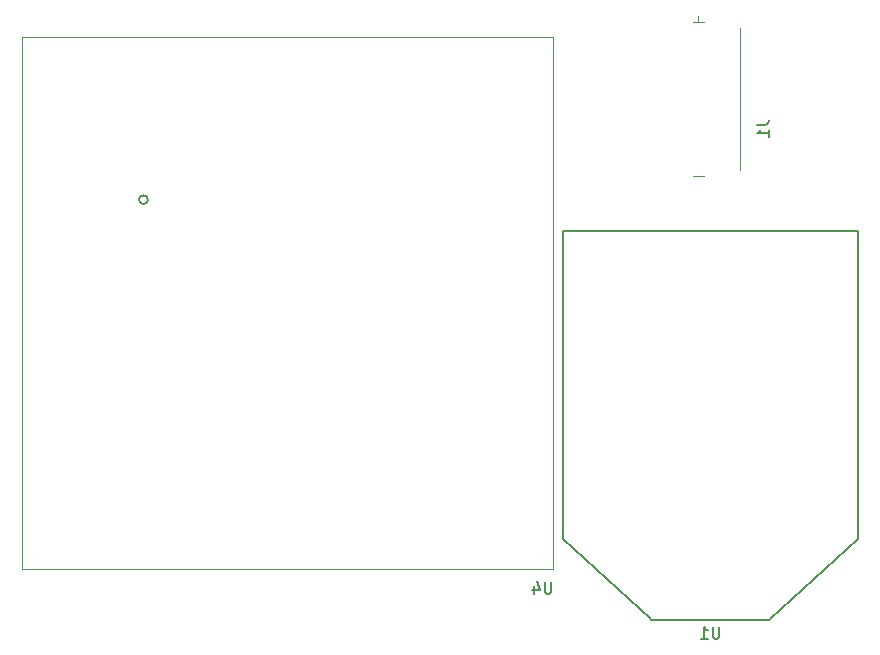
<source format=gbr>
%TF.GenerationSoftware,KiCad,Pcbnew,(5.1.7)-1*%
%TF.CreationDate,2020-12-22T10:31:33-06:00*%
%TF.ProjectId,tracker,74726163-6b65-4722-9e6b-696361645f70,1.0*%
%TF.SameCoordinates,Original*%
%TF.FileFunction,Legend,Bot*%
%TF.FilePolarity,Positive*%
%FSLAX46Y46*%
G04 Gerber Fmt 4.6, Leading zero omitted, Abs format (unit mm)*
G04 Created by KiCad (PCBNEW (5.1.7)-1) date 2020-12-22 10:31:33*
%MOMM*%
%LPD*%
G01*
G04 APERTURE LIST*
%ADD10C,0.120000*%
%ADD11C,0.150000*%
%ADD12C,0.152400*%
G04 APERTURE END LIST*
D10*
%TO.C,J1*%
X174752000Y-92052000D02*
X174752000Y-91552000D01*
X175252000Y-92052000D02*
X174252000Y-92052000D01*
X175252000Y-105052000D02*
X174252000Y-105052000D01*
X178252000Y-104552000D02*
X178252000Y-92552000D01*
D11*
%TO.C,U1*%
X188268000Y-109674000D02*
X163268000Y-109674000D01*
X163268000Y-115570000D02*
X163268000Y-135763000D01*
X180768000Y-142614000D02*
X170768000Y-142614000D01*
X188268000Y-115570000D02*
X188268000Y-135763000D01*
X180797200Y-142595600D02*
X188264800Y-135788400D01*
X170738800Y-142595600D02*
X163271200Y-135788400D01*
X163271200Y-115570000D02*
X163271200Y-109677200D01*
X188264800Y-115570000D02*
X188264800Y-109677200D01*
D12*
%TO.C,U3*%
X128143000Y-107061000D02*
G75*
G03*
X128143000Y-107061000I-381000J0D01*
G01*
D10*
%TO.C,U4*%
X162454000Y-93324000D02*
X117454000Y-93324000D01*
X162454000Y-138324000D02*
X162454000Y-93324000D01*
X117454000Y-138324000D02*
X162454000Y-138324000D01*
X117454000Y-93324000D02*
X117454000Y-138324000D01*
%TO.C,J1*%
D11*
X179704380Y-100718666D02*
X180418666Y-100718666D01*
X180561523Y-100671047D01*
X180656761Y-100575809D01*
X180704380Y-100432952D01*
X180704380Y-100337714D01*
X180704380Y-101718666D02*
X180704380Y-101147238D01*
X180704380Y-101432952D02*
X179704380Y-101432952D01*
X179847238Y-101337714D01*
X179942476Y-101242476D01*
X179990095Y-101147238D01*
%TO.C,U1*%
X176529904Y-143216380D02*
X176529904Y-144025904D01*
X176482285Y-144121142D01*
X176434666Y-144168761D01*
X176339428Y-144216380D01*
X176148952Y-144216380D01*
X176053714Y-144168761D01*
X176006095Y-144121142D01*
X175958476Y-144025904D01*
X175958476Y-143216380D01*
X174958476Y-144216380D02*
X175529904Y-144216380D01*
X175244190Y-144216380D02*
X175244190Y-143216380D01*
X175339428Y-143359238D01*
X175434666Y-143454476D01*
X175529904Y-143502095D01*
%TO.C,U4*%
X162305904Y-139406380D02*
X162305904Y-140215904D01*
X162258285Y-140311142D01*
X162210666Y-140358761D01*
X162115428Y-140406380D01*
X161924952Y-140406380D01*
X161829714Y-140358761D01*
X161782095Y-140311142D01*
X161734476Y-140215904D01*
X161734476Y-139406380D01*
X160829714Y-139739714D02*
X160829714Y-140406380D01*
X161067809Y-139358761D02*
X161305904Y-140073047D01*
X160686857Y-140073047D01*
%TD*%
M02*

</source>
